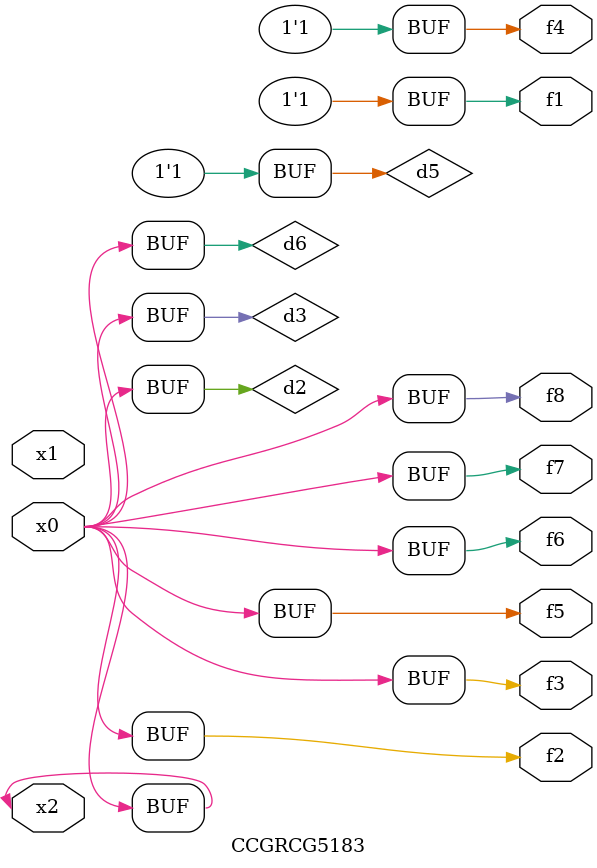
<source format=v>
module CCGRCG5183(
	input x0, x1, x2,
	output f1, f2, f3, f4, f5, f6, f7, f8
);

	wire d1, d2, d3, d4, d5, d6;

	xnor (d1, x2);
	buf (d2, x0, x2);
	and (d3, x0);
	xnor (d4, x1, x2);
	nand (d5, d1, d3);
	buf (d6, d2, d3);
	assign f1 = d5;
	assign f2 = d6;
	assign f3 = d6;
	assign f4 = d5;
	assign f5 = d6;
	assign f6 = d6;
	assign f7 = d6;
	assign f8 = d6;
endmodule

</source>
